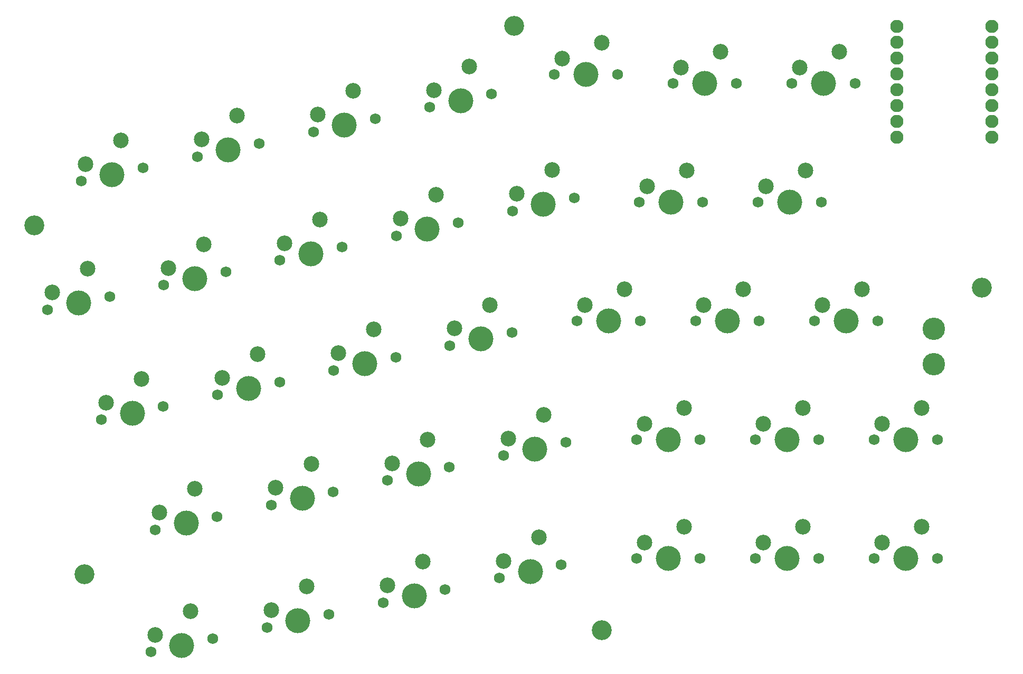
<source format=gbr>
%TF.GenerationSoftware,KiCad,Pcbnew,9.0.3*%
%TF.CreationDate,2025-11-25T10:19:29-05:00*%
%TF.ProjectId,Wren,5772656e-2e6b-4696-9361-645f70636258,rev?*%
%TF.SameCoordinates,Original*%
%TF.FileFunction,Soldermask,Top*%
%TF.FilePolarity,Negative*%
%FSLAX46Y46*%
G04 Gerber Fmt 4.6, Leading zero omitted, Abs format (unit mm)*
G04 Created by KiCad (PCBNEW 9.0.3) date 2025-11-25 10:19:29*
%MOMM*%
%LPD*%
G01*
G04 APERTURE LIST*
%ADD10C,1.750000*%
%ADD11C,4.000000*%
%ADD12C,2.500000*%
%ADD13C,3.200000*%
%ADD14C,3.600000*%
%ADD15C,2.109000*%
G04 APERTURE END LIST*
D10*
%TO.C,SW54*%
X360044929Y-177384623D03*
D11*
X365124929Y-177384623D03*
D10*
X370204929Y-177384623D03*
D12*
X361314929Y-174844623D03*
X367664929Y-172304623D03*
%TD*%
D10*
%TO.C,SW55*%
X379094929Y-177384623D03*
D11*
X384174929Y-177384623D03*
D10*
X389254929Y-177384623D03*
D12*
X380364929Y-174844623D03*
X386714929Y-172304623D03*
%TD*%
D10*
%TO.C,SW50*%
X283757761Y-193200312D03*
D11*
X288726751Y-192144121D03*
D10*
X293695741Y-191087930D03*
D12*
X284471913Y-190451770D03*
X290155054Y-186647036D03*
%TD*%
D10*
%TO.C,SW67*%
X347580333Y-218585583D03*
D11*
X352549323Y-217529392D03*
D10*
X357518313Y-216473201D03*
D12*
X348294485Y-215837041D03*
X353977626Y-212032307D03*
%TD*%
D10*
%TO.C,SW58*%
X311010591Y-206883106D03*
D11*
X315979581Y-205826915D03*
D10*
X320948571Y-204770724D03*
D12*
X311724743Y-204134564D03*
X317407884Y-200329830D03*
%TD*%
D10*
%TO.C,SW51*%
X302391473Y-189239594D03*
D11*
X307360463Y-188183403D03*
D10*
X312329453Y-187127212D03*
D12*
X303105625Y-186491052D03*
X308788766Y-182686318D03*
%TD*%
D10*
%TO.C,SW37*%
X299128637Y-150981971D03*
D11*
X304097627Y-149925780D03*
D10*
X309066617Y-148869589D03*
D12*
X299842789Y-148233429D03*
X305525930Y-144428695D03*
%TD*%
D13*
%TO.C,H10*%
X425000000Y-172000000D03*
%TD*%
%TO.C,H9*%
X350000000Y-130000000D03*
%TD*%
D10*
%TO.C,SW62*%
X388619929Y-196434623D03*
D11*
X393699929Y-196434623D03*
D10*
X398779929Y-196434623D03*
D12*
X389889929Y-193894623D03*
X396239929Y-191354623D03*
%TD*%
D10*
%TO.C,SW53*%
X339658897Y-181318159D03*
D11*
X344627887Y-180261968D03*
D10*
X349596877Y-179205777D03*
D12*
X340373049Y-178569617D03*
X346056190Y-174764883D03*
%TD*%
D10*
%TO.C,SW70*%
X407669929Y-215484623D03*
D11*
X412749929Y-215484623D03*
D10*
X417829929Y-215484623D03*
D12*
X408939929Y-212944623D03*
X415289929Y-210404623D03*
%TD*%
D13*
%TO.C,H8*%
X364000000Y-227000000D03*
%TD*%
D10*
%TO.C,SW45*%
X312406067Y-167635365D03*
D11*
X317375057Y-166579174D03*
D10*
X322344047Y-165522983D03*
D12*
X313120219Y-164886823D03*
X318803360Y-161082089D03*
%TD*%
D10*
%TO.C,SW59*%
X329644303Y-202922388D03*
D11*
X334613293Y-201866197D03*
D10*
X339582283Y-200810006D03*
D12*
X330358455Y-200173846D03*
X336041596Y-196369112D03*
%TD*%
D13*
%TO.C,H6*%
X273000000Y-162000000D03*
%TD*%
D10*
%TO.C,SW64*%
X291679197Y-230467736D03*
D11*
X296648187Y-229411545D03*
D10*
X301617177Y-228355354D03*
D12*
X292393349Y-227719194D03*
X298076490Y-223914460D03*
%TD*%
D10*
%TO.C,SW36*%
X280494925Y-154942688D03*
D11*
X285463915Y-153886497D03*
D10*
X290432905Y-152830306D03*
D12*
X281209077Y-152194146D03*
X286892218Y-148389412D03*
%TD*%
D10*
%TO.C,SW63*%
X407669929Y-196434623D03*
D11*
X412749929Y-196434623D03*
D10*
X417829929Y-196434623D03*
D12*
X408939929Y-193894623D03*
X415289929Y-191354623D03*
%TD*%
D10*
%TO.C,SW41*%
X375415048Y-139284629D03*
D11*
X380495048Y-139284629D03*
D10*
X385575048Y-139284629D03*
D12*
X376685048Y-136744629D03*
X383035048Y-134204629D03*
%TD*%
D10*
%TO.C,SW43*%
X275138643Y-175556800D03*
D11*
X280107633Y-174500609D03*
D10*
X285076623Y-173444418D03*
D12*
X275852795Y-172808258D03*
X281535936Y-169003524D03*
%TD*%
D10*
%TO.C,SW40*%
X356365048Y-137784229D03*
D11*
X361445048Y-137784229D03*
D10*
X366525048Y-137784229D03*
D12*
X357635048Y-135244229D03*
X363985048Y-132704229D03*
%TD*%
D14*
%TO.C,J1*%
X417250000Y-178600000D03*
%TD*%
D10*
%TO.C,SW56*%
X398144929Y-177384623D03*
D11*
X403224929Y-177384623D03*
D10*
X408304929Y-177384623D03*
D12*
X399414929Y-174844623D03*
X405764929Y-172304623D03*
%TD*%
D10*
%TO.C,SW52*%
X321025185Y-185278876D03*
D11*
X325994175Y-184222685D03*
D10*
X330963165Y-183166494D03*
D12*
X321739337Y-182530334D03*
X327422478Y-178725600D03*
%TD*%
D10*
%TO.C,SW46*%
X331039779Y-163674647D03*
D11*
X336008769Y-162618456D03*
D10*
X340977759Y-161562265D03*
D12*
X331753931Y-160926105D03*
X337437072Y-157121371D03*
%TD*%
D10*
%TO.C,SW44*%
X293772355Y-171596082D03*
D11*
X298741345Y-170539891D03*
D10*
X303710335Y-169483700D03*
D12*
X294486507Y-168847540D03*
X300169648Y-165042806D03*
%TD*%
D13*
%TO.C,H7*%
X281000000Y-218000000D03*
%TD*%
D10*
%TO.C,SW61*%
X369569929Y-196434623D03*
D11*
X374649929Y-196434623D03*
D10*
X379729929Y-196434623D03*
D12*
X370839929Y-193894623D03*
X377189929Y-191354623D03*
%TD*%
D10*
%TO.C,SW38*%
X317762349Y-147021253D03*
D11*
X322731339Y-145965062D03*
D10*
X327700329Y-144908871D03*
D12*
X318476501Y-144272711D03*
X324159642Y-140467977D03*
%TD*%
D10*
%TO.C,SW49*%
X389104929Y-158334623D03*
D11*
X394184929Y-158334623D03*
D10*
X399264929Y-158334623D03*
D12*
X390374929Y-155794623D03*
X396724929Y-153254623D03*
%TD*%
D10*
%TO.C,SW60*%
X348278015Y-198961671D03*
D11*
X353247005Y-197905480D03*
D10*
X358215995Y-196849289D03*
D12*
X348992167Y-196213129D03*
X354675308Y-192408395D03*
%TD*%
D10*
%TO.C,SW68*%
X369569929Y-215484623D03*
D11*
X374649929Y-215484623D03*
D10*
X379729929Y-215484623D03*
D12*
X370839929Y-212944623D03*
X377189929Y-210404623D03*
%TD*%
D10*
%TO.C,SW65*%
X310312909Y-226507018D03*
D11*
X315281899Y-225450827D03*
D10*
X320250889Y-224394636D03*
D12*
X311027061Y-223758476D03*
X316710202Y-219953742D03*
%TD*%
D10*
%TO.C,SW39*%
X336396061Y-143060535D03*
D11*
X341365051Y-142004344D03*
D10*
X346334041Y-140948153D03*
D12*
X337110213Y-140311993D03*
X342793354Y-136507259D03*
%TD*%
D10*
%TO.C,SW66*%
X328946621Y-222546301D03*
D11*
X333915611Y-221490110D03*
D10*
X338884601Y-220433919D03*
D12*
X329660773Y-219797759D03*
X335343914Y-215993025D03*
%TD*%
D14*
%TO.C,J2*%
X417250000Y-184250000D03*
%TD*%
D10*
%TO.C,SW69*%
X388619929Y-215484623D03*
D11*
X393699929Y-215484623D03*
D10*
X398779929Y-215484623D03*
D12*
X389889929Y-212944623D03*
X396239929Y-210404623D03*
%TD*%
D10*
%TO.C,SW42*%
X394465048Y-139284629D03*
D11*
X399545048Y-139284629D03*
D10*
X404625048Y-139284629D03*
D12*
X395735048Y-136744629D03*
X402085048Y-134204629D03*
%TD*%
D10*
%TO.C,SW57*%
X292376879Y-210843824D03*
D11*
X297345869Y-209787633D03*
D10*
X302314859Y-208731442D03*
D12*
X293091031Y-208095282D03*
X298774172Y-204290548D03*
%TD*%
D10*
%TO.C,SW47*%
X349673442Y-159713929D03*
D11*
X354642432Y-158657738D03*
D10*
X359611422Y-157601547D03*
D12*
X350387594Y-156965387D03*
X356070735Y-153160653D03*
%TD*%
D10*
%TO.C,SW48*%
X370054929Y-158334623D03*
D11*
X375134929Y-158334623D03*
D10*
X380214929Y-158334623D03*
D12*
X371324929Y-155794623D03*
X377674929Y-153254623D03*
%TD*%
D15*
%TO.C,U2*%
X411380000Y-147880000D03*
X411380000Y-145340000D03*
X411380000Y-142800000D03*
X411380000Y-140260000D03*
X411380000Y-135180000D03*
X411380000Y-137720000D03*
X426620000Y-130100000D03*
X411380000Y-130100000D03*
X426620000Y-132640000D03*
X426620000Y-135180000D03*
X426620000Y-137720000D03*
X426620000Y-140260000D03*
X426620000Y-142800000D03*
X426620000Y-145340000D03*
X426620000Y-147880000D03*
X411380000Y-132640000D03*
%TD*%
M02*

</source>
